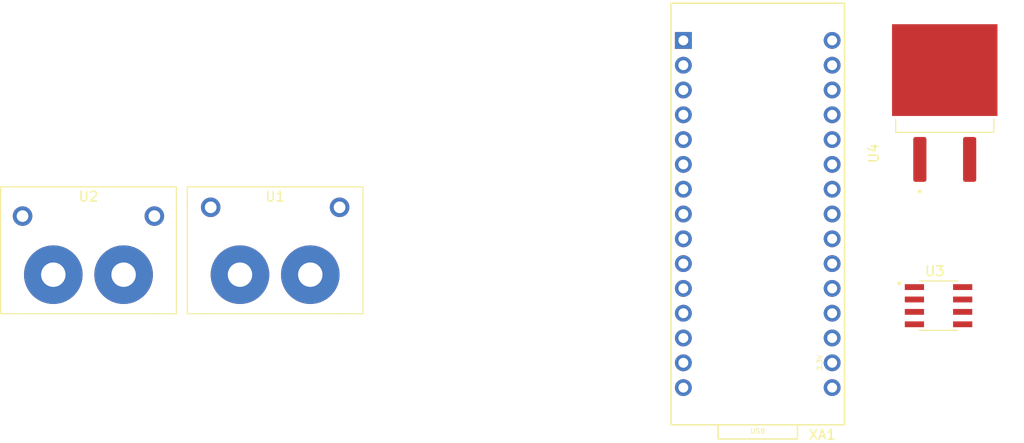
<source format=kicad_pcb>
(kicad_pcb (version 20211014) (generator pcbnew)
  (layers (0 "F.Cu" signal) (31 "B.Cu" signal) (34 "B.Paste" user) (35 "F.Paste" user) (36 "B.SilkS" user "B.Silkscreen") (37 "F.SilkS" user "F.Silkscreen") (38 "B.Mask" user) (39 "F.Mask" user) (44 "Edge.Cuts" user))
  (net 0 "")
  (net 6 "Net-(U3-Pad2)")
  (footprint "Library:SOIC127P599X175-8N" (layer "F.Cu") (at 146.05 66.675)
    (fp_text reference "U3" (at -0.385 -3.537) (layer "F.SilkS"))
    (fp_text value "LM78L05ACM")
    (fp_line (start -1.95 2.525) (end 1.95 2.525) (layer "F.SilkS") (width 0.127))
    (fp_line (start -1.95 -2.525) (end 1.95 -2.525) (layer "F.SilkS") (width 0.127))
    (fp_circle (center -4.04 -2.305) (end -3.94 -2.305) (layer "F.SilkS") (width 0.2) (fill none))
    (pad "1" smd roundrect (at -2.47 -1.905) (size 1.97 0.6) (layers "F.Cu" "F.Paste" "F.Mask") (roundrect_rratio 0.07))
    (pad "2" smd roundrect (at -2.47 -0.635) (size 1.97 0.6) (layers "F.Cu" "F.Paste" "F.Mask") (roundrect_rratio 0.07) (net 6 "Net-(U3-Pad2)"))
    (pad "3" smd roundrect (at -2.47 0.635) (size 1.97 0.6) (layers "F.Cu" "F.Paste" "F.Mask") (roundrect_rratio 0.07) (net 6 "Net-(U3-Pad2)"))
    (pad "4" smd roundrect (at -2.47 1.905) (size 1.97 0.6) (layers "F.Cu" "F.Paste" "F.Mask") (roundrect_rratio 0.07))
    (pad "5" smd roundrect (at 2.47 1.905) (size 1.97 0.6) (layers "F.Cu" "F.Paste" "F.Mask") (roundrect_rratio 0.07))
    (pad "6" smd roundrect (at 2.47 0.635) (size 1.97 0.6) (layers "F.Cu" "F.Paste" "F.Mask") (roundrect_rratio 0.07) (net 6 "Net-(U3-Pad2)"))
    (pad "7" smd roundrect (at 2.47 -0.635) (size 1.97 0.6) (layers "F.Cu" "F.Paste" "F.Mask") (roundrect_rratio 0.07) (net 6 "Net-(U3-Pad2)"))
    (pad "8" smd roundrect (at 2.47 -1.905) (size 1.97 0.6) (layers "F.Cu" "F.Paste" "F.Mask") (roundrect_rratio 0.07))
  )
  (footprint "Library:XT60PW-M" (layer "F.Cu") (at 58.985 63.5)
    (fp_text reference "U2" (at 0 -8 unlocked) (layer "F.SilkS"))
    (fp_text value "XT60PW-M")
    (fp_line (start -9 -7) (end -9 4) (layer "F.SilkS") (width 0.12))
    (fp_line (start 9 -6) (end 9 4) (layer "F.SilkS") (width 0.12))
    (fp_line (start -9 4) (end -7 4) (layer "F.SilkS") (width 0.12))
    (fp_line (start 9 -6) (end 9 -9) (layer "F.SilkS") (width 0.12))
    (fp_line (start 9 4) (end 7 4) (layer "F.SilkS") (width 0.12))
    (fp_line (start -9 -9) (end -9 -7) (layer "F.SilkS") (width 0.12))
    (fp_line (start 9 -9) (end -9 -9) (layer "F.SilkS") (width 0.12))
    (fp_line (start 7 4) (end -7 4) (layer "F.SilkS") (width 0.12))
    (pad "1" thru_hole circle (at -3.6 0) (size 6 6) (drill 2.5) (layers *.Cu *.Mask))
    (pad "2" thru_hole circle (at 3.6 0) (size 6 6) (drill 2.5) (layers *.Cu *.Mask))
    (pad "3" thru_hole circle (at -6.75 -6) (size 2 2) (drill 1.2) (layers *.Cu *.Mask))
    (pad "4" thru_hole circle (at 6.75 -6) (size 2 2) (drill 1.2) (layers *.Cu *.Mask))
  )
  (footprint "Library:arduino_nano" (layer "F.Cu") (at 127.534 78.8765)
    (fp_text reference "XA1" (at 6.604 1.016) (layer "F.SilkS"))
    (fp_text value "Arduino_Nano_Socket")
    (fp_text user "3.3V" (at 6.35 -6.35 90) (layer "F.SilkS") (effects (font (size 0.5 0.5) (thickness 0.075))))
    (fp_text user "USB" (at 0 0.635) (layer "F.SilkS") (effects (font (size 0.5 0.5) (thickness 0.075))))
    (fp_line (start -8.89 -43.18) (end -8.89 0) (layer "F.SilkS") (width 0.15))
    (fp_line (start -8.89 -43.18) (end 8.89 -43.18) (layer "F.SilkS") (width 0.15))
    (fp_line (start 8.89 -43.18) (end 8.89 0) (layer "F.SilkS") (width 0.15))
    (fp_line (start -8.89 0) (end 8.89 0) (layer "F.SilkS") (width 0.15))
    (fp_line (start -4.064 0) (end -4.064 1.45) (layer "F.SilkS") (width 0.15))
    (fp_line (start 4.064 1.45) (end 4.064 0) (layer "F.SilkS") (width 0.15))
    (fp_line (start -4.064 1.45) (end 4.064 1.45) (layer "F.SilkS") (width 0.15))
    (pad "" np_thru_hole circle (at -7.62 -1.27) (size 1.85 1.85) (drill 1.85) (layers *.Cu *.Mask))
    (pad "" np_thru_hole circle (at -7.62 -41.91) (size 1.85 1.85) (drill 1.85) (layers *.Cu *.Mask))
    (pad "" np_thru_hole circle (at 7.62 -41.91) (size 1.85 1.85) (drill 1.85) (layers *.Cu *.Mask))
    (pad "" np_thru_hole circle (at 7.62 -1.27) (size 1.85 1.85) (drill 1.85) (layers *.Cu *.Mask))
    (pad "3V3" thru_hole circle (at 7.62 -6.35) (size 1.7272 1.7272) (drill 1.016) (layers *.Cu *.Mask))
    (pad "5V" thru_hole circle (at 7.62 -31.75) (size 1.7272 1.7272) (drill 1.016) (layers *.Cu *.Mask))
    (pad "A0" thru_hole circle (at 7.62 -11.43) (size 1.7272 1.7272) (drill 1.016) (layers *.Cu *.Mask))
    (pad "A1" thru_hole circle (at 7.62 -13.97) (size 1.7272 1.7272) (drill 1.016) (layers *.Cu *.Mask))
    (pad "A2" thru_hole circle (at 7.62 -16.51) (size 1.7272 1.7272) (drill 1.016) (layers *.Cu *.Mask))
    (pad "A3" thru_hole circle (at 7.62 -19.05) (size 1.7272 1.7272) (drill 1.016) (layers *.Cu *.Mask))
    (pad "A4" thru_hole circle (at 7.62 -21.59) (size 1.7272 1.7272) (drill 1.016) (layers *.Cu *.Mask))
    (pad "A5" thru_hole circle (at 7.62 -24.13) (size 1.7272 1.7272) (drill 1.016) (layers *.Cu *.Mask))
    (pad "A6" thru_hole circle (at 7.62 -26.67) (size 1.7272 1.7272) (drill 1.016) (layers *.Cu *.Mask))
    (pad "A7" thru_hole circle (at 7.62 -29.21) (size 1.7272 1.7272) (drill 1.016) (layers *.Cu *.Mask))
    (pad "AREF" thru_hole circle (at 7.62 -8.89) (size 1.7272 1.7272) (drill 1.016) (layers *.Cu *.Mask))
    (pad "D0" thru_hole circle (at -7.62 -36.83) (size 1.7272 1.7272) (drill 1.016) (layers *.Cu *.Mask))
    (pad "D1" thru_hole rect (at -7.62 -39.37) (size 1.7272 1.7272) (drill 1.016) (layers *.Cu *.Mask))
    (pad "D2" thru_hole circle (at -7.62 -29.21) (size 1.7272 1.7272) (drill 1.016) (layers *.Cu *.Mask))
    (pad "D3" thru_hole circle (at -7.62 -26.67) (size 1.7272 1.7272) (drill 1.016) (layers *.Cu *.Mask))
    (pad "D4" thru_hole circle (at -7.62 -24.13) (size 1.7272 1.7272) (drill 1.016) (layers *.Cu *.Mask))
    (pad "D5" thru_hole circle (at -7.62 -21.59) (size 1.7272 1.7272) (drill 1.016) (layers *.Cu *.Mask))
    (pad "D6" thru_hole circle (at -7.62 -19.05) (size 1.7272 1.7272) (drill 1.016) (layers *.Cu *.Mask))
    (pad "D7" thru_hole circle (at -7.62 -16.51) (size 1.7272 1.7272) (drill 1.016) (layers *.Cu *.Mask))
    (pad "D8" thru_hole circle (at -7.62 -13.97) (size 1.7272 1.7272) (drill 1.016) (layers *.Cu *.Mask))
    (pad "D9" thru_hole circle (at -7.62 -11.43) (size 1.7272 1.7272) (drill 1.016) (layers *.Cu *.Mask))
    (pad "D10" thru_hole circle (at -7.62 -8.89) (size 1.7272 1.7272) (drill 1.016) (layers *.Cu *.Mask))
    (pad "D11" thru_hole circle (at -7.62 -6.35) (size 1.7272 1.7272) (drill 1.016) (layers *.Cu *.Mask))
    (pad "D12" thru_hole circle (at -7.62 -3.81) (size 1.7272 1.7272) (drill 1.016) (layers *.Cu *.Mask))
    (pad "D13" thru_hole circle (at 7.62 -3.81) (size 1.7272 1.7272) (drill 1.016) (layers *.Cu *.Mask))
    (pad "GND1" thru_hole circle (at -7.62 -31.75) (size 1.7272 1.7272) (drill 1.016) (layers *.Cu *.Mask))
    (pad "GND2" thru_hole circle (at 7.62 -36.83) (size 1.7272 1.7272) (drill 1.016) (layers *.Cu *.Mask))
    (pad "RST1" thru_hole circle (at -7.62 -34.29) (size 1.7272 1.7272) (drill 1.016) (layers *.Cu *.Mask))
    (pad "RST2" thru_hole circle (at 7.62 -34.29) (size 1.7272 1.7272) (drill 1.016) (layers *.Cu *.Mask))
    (pad "VIN" thru_hole circle (at 7.62 -39.37) (size 1.7272 1.7272) (drill 1.016) (layers *.Cu *.Mask))
  )
  (footprint "Library:XT60PW-F" (layer "F.Cu") (at 78.105 63.5)
    (fp_text reference "U1" (at 0 -8 unlocked) (layer "F.SilkS"))
    (fp_text value "XT60PW-F")
    (fp_line (start -9 -9) (end -9 -7) (layer "F.SilkS") (width 0.12))
    (fp_line (start -9 4) (end -7 4) (layer "F.SilkS") (width 0.12))
    (fp_line (start 9 -6) (end 9 -9) (layer "F.SilkS") (width 0.12))
    (fp_line (start 9 4) (end 7 4) (layer "F.SilkS") (width 0.12))
    (fp_line (start -9 -7) (end -9 4) (layer "F.SilkS") (width 0.12))
    (fp_line (start 7 4) (end -7 4) (layer "F.SilkS") (width 0.12))
    (fp_line (start 9 -6) (end 9 4) (layer "F.SilkS") (width 0.12))
    (fp_line (start 9 -9) (end -9 -9) (layer "F.SilkS") (width 0.12))
    (pad "1" thru_hole circle (at -3.6 0) (size 6 6) (drill 2.5) (layers *.Cu *.Mask))
    (pad "2" thru_hole circle (at 3.6 0) (size 6 6) (drill 2.5) (layers *.Cu *.Mask))
    (pad "3" thru_hole circle (at -6.6 -6.9) (size 2 2) (drill 1.2) (layers *.Cu *.Mask))
    (pad "4" thru_hole circle (at 6.6 -6.9) (size 2 2) (drill 1.2) (layers *.Cu *.Mask))
  )
  (footprint "Library:TRANS_IPB027N10N3_G" (layer "F.Cu") (at 146.685 46.295 90)
    (fp_text reference "U4" (at -4.775 -7.285 90) (layer "F.SilkS"))
    (fp_text value "BTS2140")
    (fp_line (start -2.63 -5.0275) (end -2.63 5.0275) (layer "F.SilkS") (width 0.127))
    (fp_line (start -2.63 5.0275) (end -1.27 5.0275) (layer "F.SilkS") (width 0.127))
    (fp_line (start -1.27 -5.0275) (end -2.63 -5.0275) (layer "F.SilkS") (width 0.127))
    (fp_circle (center -8.7 -2.55) (end -8.6 -2.55) (layer "F.SilkS") (width 0.2) (fill none))
    (pad "1" smd roundrect (at -5.4 -2.55 90) (size 4.6 1.35) (layers "F.Cu" "F.Paste" "F.Mask") (roundrect_rratio 0.17))
    (pad "2" smd rect (at 3.75 0 90) (size 9.4 10.8) (layers "F.Cu" "F.Mask"))
    (pad "3" smd roundrect (at -5.4 2.55 90) (size 4.6 1.35) (layers "F.Cu" "F.Paste" "F.Mask") (roundrect_rratio 0.17))
  )
)
</source>
